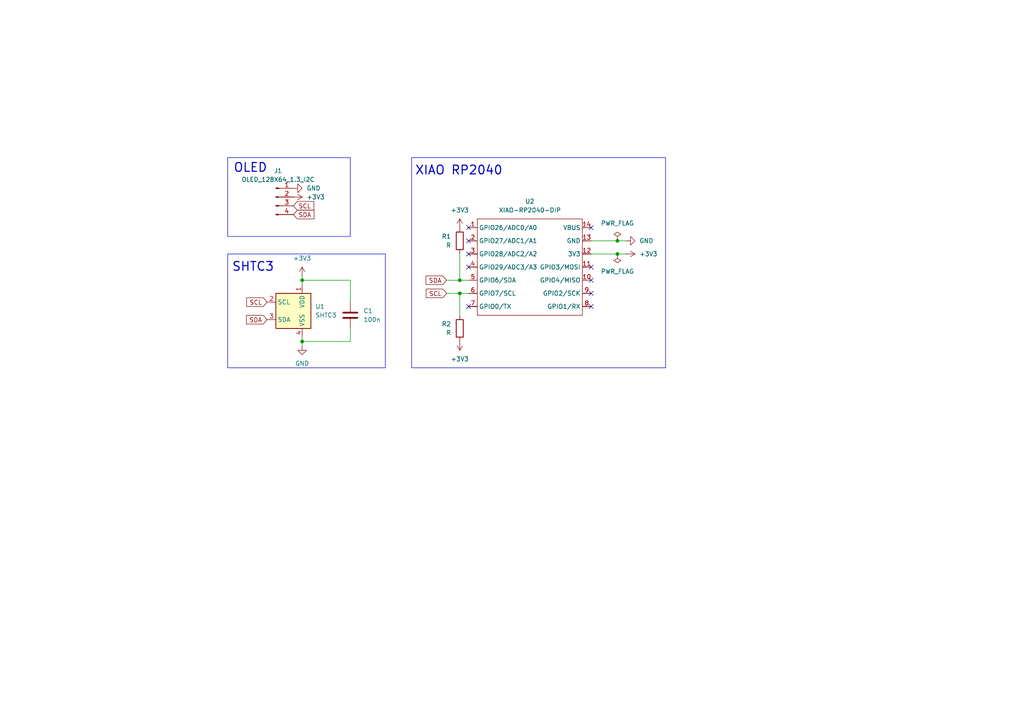
<source format=kicad_sch>
(kicad_sch (version 20231120) (generator "eeschema") (generator_version "8.0")
  (paper "A4")
  (lib_symbols
    (symbol "Connector:Conn_01x04_Pin" (pin_names (offset 1.016) hide)
      (property "Reference" "J" (at 0 5.08 0))
      (property "Value" "Conn_01x04_Pin" (at 0 -7.62 0))
      (symbol "Conn_01x04_Pin_1_1"
        (polyline (pts (xy 1.27 -5.08) (xy 0.8636 -5.08)) (stroke (width 0.1524)))
        (polyline (pts (xy 1.27 -2.54) (xy 0.8636 -2.54)) (stroke (width 0.1524)))
        (polyline (pts (xy 1.27 0) (xy 0.8636 0)) (stroke (width 0.1524)))
        (polyline (pts (xy 1.27 2.54) (xy 0.8636 2.54)) (stroke (width 0.1524)))
        (rectangle (start 0.8636 -4.953) (end 0 -5.207) (stroke (width 0.1524)) (fill (type outline)))
        (rectangle (start 0.8636 -2.413) (end 0 -2.667) (stroke (width 0.1524)) (fill (type outline)))
        (rectangle (start 0.8636 0.127) (end 0 -0.127) (stroke (width 0.1524)) (fill (type outline)))
        (rectangle (start 0.8636 2.667) (end 0 2.413) (stroke (width 0.1524)) (fill (type outline)))
        (pin passive line (at 5.08 2.54 180) (length 3.81) (name "Pin_1") (number "1"))
        (pin passive line (at 5.08 0 180) (length 3.81) (name "Pin_2") (number "2"))
        (pin passive line (at 5.08 -2.54 180) (length 3.81) (name "Pin_3") (number "3"))
        (pin passive line (at 5.08 -5.08 180) (length 3.81) (name "Pin_4") (number "4"))
      )
    )
    (symbol "Device:C" (pin_numbers hide) (pin_names (offset 0.254))
      (property "Reference" "C" (at 0.635 2.54 0))
      (property "Value" "C" (at 0.635 -2.54 0))
      (symbol "C_0_1"
        (polyline (pts (xy -2.032 -0.762) (xy 2.032 -0.762)) (stroke (width 0.508)))
        (polyline (pts (xy -2.032 0.762) (xy 2.032 0.762)) (stroke (width 0.508)))
      )
      (symbol "C_1_1"
        (pin passive line (at 0 3.81 270) (length 2.794) (name "~") (number "1"))
        (pin passive line (at 0 -3.81 90) (length 2.794) (name "~") (number "2"))
      )
    )
    (symbol "Device:R" (pin_numbers hide) (pin_names (offset 0))
      (property "Reference" "R" (at 2.032 0 90))
      (property "Value" "R" (at 0 0 90))
      (symbol "R_0_1"
        (rectangle (start -1.016 -2.54) (end 1.016 2.54) (stroke (width 0.254)))
      )
      (symbol "R_1_1"
        (pin passive line (at 0 3.81 270) (length 1.27) (name "~") (number "1"))
        (pin passive line (at 0 -3.81 90) (length 1.27) (name "~") (number "2"))
      )
    )
    (symbol "Sensor_Humidity:SHTC3"
      (property "Reference" "U" (at -3.81 6.35 0))
      (property "Value" "SHTC3" (at -2.54 -6.35 0))
      (symbol "SHTC3_1_1"
        (rectangle (start -5.08 5.08) (end 5.08 -5.08) (stroke (width 0.254)) (fill (type background)))
        (pin power_in line (at 2.54 7.62 270) (length 2.54) (name "VDD") (number "1"))
        (pin input line (at -7.62 2.54 0) (length 2.54) (name "SCL") (number "2"))
        (pin bidirectional line (at -7.62 -2.54 0) (length 2.54) (name "SDA") (number "3"))
        (pin power_in line (at 2.54 -7.62 90) (length 2.54) (name "VSS") (number "4"))
        (pin no_connect line (at 5.08 0 180) (length 2.54) hide (name "NC") (number "5"))
      )
    )
    (symbol "XIAO:XIAO-RP2040-DIP"
      (property "Reference" "U" (at 0 0 0))
      (property "Value" "XIAO-RP2040-DIP" (at 5.334 -1.778 0))
      (symbol "XIAO-RP2040-DIP_1_0"
        (polyline (pts (xy -1.27 -30.48) (xy -1.27 -16.51)) (stroke (width 0.1524)))
        (polyline (pts (xy -1.27 -27.94) (xy -2.54 -27.94)) (stroke (width 0.1524)))
        (polyline (pts (xy -1.27 -24.13) (xy -2.54 -24.13)) (stroke (width 0.1524)))
        (polyline (pts (xy -1.27 -20.32) (xy -2.54 -20.32)) (stroke (width 0.1524)))
        (polyline (pts (xy -1.27 -16.51) (xy -2.54 -16.51)) (stroke (width 0.1524)))
        (polyline (pts (xy -1.27 -16.51) (xy -1.27 -12.7)) (stroke (width 0.1524)))
        (polyline (pts (xy -1.27 -12.7) (xy -2.54 -12.7)) (stroke (width 0.1524)))
        (polyline (pts (xy -1.27 -12.7) (xy -1.27 -8.89)) (stroke (width 0.1524)))
        (polyline (pts (xy -1.27 -8.89) (xy -2.54 -8.89)) (stroke (width 0.1524)))
        (polyline (pts (xy -1.27 -8.89) (xy -1.27 -5.08)) (stroke (width 0.1524)))
        (polyline (pts (xy -1.27 -5.08) (xy -2.54 -5.08)) (stroke (width 0.1524)))
        (polyline (pts (xy -1.27 -5.08) (xy -1.27 -2.54)) (stroke (width 0.1524)))
        (polyline (pts (xy -1.27 -2.54) (xy 29.21 -2.54)) (stroke (width 0.1524)))
        (polyline (pts (xy 29.21 -30.48) (xy -1.27 -30.48)) (stroke (width 0.1524)))
        (polyline (pts (xy 29.21 -12.7) (xy 29.21 -30.48)) (stroke (width 0.1524)))
        (polyline (pts (xy 29.21 -8.89) (xy 29.21 -12.7)) (stroke (width 0.1524)))
        (polyline (pts (xy 29.21 -5.08) (xy 29.21 -8.89)) (stroke (width 0.1524)))
        (polyline (pts (xy 29.21 -2.54) (xy 29.21 -5.08)) (stroke (width 0.1524)))
        (polyline (pts (xy 30.48 -27.94) (xy 29.21 -27.94)) (stroke (width 0.1524)))
        (polyline (pts (xy 30.48 -24.13) (xy 29.21 -24.13)) (stroke (width 0.1524)))
        (polyline (pts (xy 30.48 -20.32) (xy 29.21 -20.32)) (stroke (width 0.1524)))
        (polyline (pts (xy 30.48 -16.51) (xy 29.21 -16.51)) (stroke (width 0.1524)))
        (polyline (pts (xy 30.48 -12.7) (xy 29.21 -12.7)) (stroke (width 0.1524)))
        (polyline (pts (xy 30.48 -8.89) (xy 29.21 -8.89)) (stroke (width 0.1524)))
        (polyline (pts (xy 30.48 -5.08) (xy 29.21 -5.08)) (stroke (width 0.1524)))
        (pin passive line (at -3.81 -5.08 0) (length 2.54) (name "GPIO26/ADC0/A0") (number "1"))
        (pin passive line (at 31.75 -20.32 180) (length 2.54) (name "GPIO4/MISO") (number "10"))
        (pin passive line (at 31.75 -16.51 180) (length 2.54) (name "GPIO3/MOSI") (number "11"))
        (pin passive line (at 31.75 -12.7 180) (length 2.54) (name "3V3") (number "12"))
        (pin passive line (at 31.75 -8.89 180) (length 2.54) (name "GND") (number "13"))
        (pin passive line (at 31.75 -5.08 180) (length 2.54) (name "VBUS") (number "14"))
        (pin passive line (at -3.81 -8.89 0) (length 2.54) (name "GPIO27/ADC1/A1") (number "2"))
        (pin passive line (at -3.81 -12.7 0) (length 2.54) (name "GPIO28/ADC2/A2") (number "3"))
        (pin passive line (at -3.81 -16.51 0) (length 2.54) (name "GPIO29/ADC3/A3") (number "4"))
        (pin passive line (at -3.81 -20.32 0) (length 2.54) (name "GPIO6/SDA") (number "5"))
        (pin passive line (at -3.81 -24.13 0) (length 2.54) (name "GPIO7/SCL") (number "6"))
        (pin passive line (at -3.81 -27.94 0) (length 2.54) (name "GPIO0/TX") (number "7"))
        (pin passive line (at 31.75 -27.94 180) (length 2.54) (name "GPIO1/RX") (number "8"))
        (pin passive line (at 31.75 -24.13 180) (length 2.54) (name "GPIO2/SCK") (number "9"))
      )
    )
    (symbol "power:+3V3" (power) (pin_numbers hide) (pin_names (offset 0) hide)
      (property "Value" "+3V3" (at 0 3.556 0))
      (symbol "+3V3_0_1"
        (polyline (pts (xy -0.762 1.27) (xy 0 2.54)))
        (polyline (pts (xy 0 0) (xy 0 2.54)))
        (polyline (pts (xy 0 2.54) (xy 0.762 1.27)))
      )
      (symbol "+3V3_1_1"
        (pin power_in line (at 0 0 90) (length 0) (name "~") (number "1"))
      )
    )
    (symbol "power:GND" (power) (pin_numbers hide) (pin_names (offset 0) hide)
      (property "Value" "GND" (at 0 -3.81 0))
      (symbol "GND_0_1"
        (polyline (pts (xy 0 0) (xy 0 -1.27) (xy 1.27 -1.27) (xy 0 -2.54) (xy -1.27 -1.27) (xy 0 -1.27)))
      )
      (symbol "GND_1_1"
        (pin power_in line (at 0 0 270) (length 0) (name "~") (number "1"))
      )
    )
    (symbol "power:PWR_FLAG" (power) (pin_numbers hide) (pin_names (offset 0) hide)
      (property "Value" "PWR_FLAG" (at 0 3.81 0))
      (symbol "PWR_FLAG_0_0"
        (pin power_out line (at 0 0 90) (length 0) (name "~") (number "1"))
      )
      (symbol "PWR_FLAG_0_1"
        (polyline (pts (xy 0 0) (xy 0 1.27) (xy -1.016 1.905) (xy 0 2.54) (xy 1.016 1.905) (xy 0 1.27)))
      )
    )
  )
  (junction (at 179.07 69.85))
  (junction (at 133.35 85.09))
  (junction (at 87.63 99.06))
  (junction (at 87.63 81.28))
  (junction (at 179.07 73.66))
  (junction (at 133.35 81.28))
  (no_connect (at 171.45 88.9))
  (no_connect (at 135.89 73.66))
  (no_connect (at 171.45 77.47))
  (no_connect (at 135.89 88.9))
  (no_connect (at 171.45 81.28))
  (no_connect (at 171.45 85.09))
  (no_connect (at 171.45 66.04))
  (no_connect (at 135.89 69.85))
  (no_connect (at 135.89 77.47))
  (no_connect (at 135.89 66.04))
  (wire (pts (xy 87.63 99.06) (xy 87.63 100.33)))
  (wire (pts (xy 87.63 80.01) (xy 87.63 81.28)))
  (wire (pts (xy 87.63 97.79) (xy 87.63 99.06)))
  (wire (pts (xy 133.35 81.28) (xy 135.89 81.28)))
  (wire (pts (xy 101.6 95.25) (xy 101.6 99.06)))
  (wire (pts (xy 87.63 81.28) (xy 101.6 81.28)))
  (wire (pts (xy 129.54 85.09) (xy 133.35 85.09)))
  (wire (pts (xy 133.35 91.44) (xy 133.35 85.09)))
  (wire (pts (xy 101.6 99.06) (xy 87.63 99.06)))
  (wire (pts (xy 133.35 85.09) (xy 135.89 85.09)))
  (wire (pts (xy 179.07 73.66) (xy 181.61 73.66)))
  (wire (pts (xy 171.45 73.66) (xy 179.07 73.66)))
  (wire (pts (xy 133.35 73.66) (xy 133.35 81.28)))
  (wire (pts (xy 179.07 69.85) (xy 181.61 69.85)))
  (wire (pts (xy 171.45 69.85) (xy 179.07 69.85)))
  (wire (pts (xy 129.54 81.28) (xy 133.35 81.28)))
  (wire (pts (xy 87.63 81.28) (xy 87.63 82.55)))
  (wire (pts (xy 101.6 81.28) (xy 101.6 87.63)))
  (rectangle (start 66.04 73.66) (end 111.76 106.68))
  (rectangle (start 66.04 45.72) (end 101.6 68.58))
  (rectangle (start 119.38 45.72) (end 193.04 106.68))
  (text "OLED" (at 72.644 48.768 0) (effects (font (size 2.54 2.54) (thickness 0.3175))))
  (text "SHTC3" (at 73.406 77.47 0) (effects (font (size 2.54 2.54) (thickness 0.3175))))
  (text "XIAO RP2040" (at 133.096 49.53 0) (effects (font (size 2.54 2.54) (thickness 0.3175))))
  (global_label "SCL" (shape input) (at 85.09 59.69 0) (property "Intersheetrefs" "${INTERSHEET_REFS}" (effects (hide yes))))
  (global_label "SDA" (shape input) (at 85.09 62.23 0) (property "Intersheetrefs" "${INTERSHEET_REFS}" (effects (hide yes))))
  (global_label "SDA" (shape input) (at 77.47 92.71 180) (property "Intersheetrefs" "${INTERSHEET_REFS}" (effects (hide yes))))
  (global_label "SDA" (shape input) (at 129.54 81.28 180) (property "Intersheetrefs" "${INTERSHEET_REFS}" (effects (hide yes))))
  (global_label "SCL" (shape input) (at 77.47 87.63 180) (property "Intersheetrefs" "${INTERSHEET_REFS}" (effects (hide yes))))
  (global_label "SCL" (shape input) (at 129.54 85.09 180) (property "Intersheetrefs" "${INTERSHEET_REFS}" (effects (hide yes))))
  (symbol (lib_id "power:PWR_FLAG") (at 179.07 69.85 0) (unit 1)
    (property "Reference" "#FLG01" (effects (hide yes)))
    (property "Value" "PWR_FLAG" (at 179.07 64.77 0))
    (property "Description" "Special symbol for telling ERC where power comes from" (effects (hide yes)))
  )
  (symbol (lib_id "power:GND") (at 181.61 69.85 90) (unit 1)
    (property "Reference" "#PWR07" (effects (hide yes)))
    (property "Value" "GND" (at 185.42 69.8499 90) (effects (justify right)))
    (property "Description" "Power symbol creates a global label with name \"GND\" , ground" (effects (hide yes)))
  )
  (symbol (lib_id "power:+3V3") (at 87.63 80.01 0) (unit 1)
    (property "Reference" "#PWR03" (effects (hide yes)))
    (property "Value" "+3V3" (at 87.63 74.93 0))
    (property "Description" "Power symbol creates a global label with name \"+3V3\"" (effects (hide yes)))
  )
  (symbol (lib_id "power:+3V3") (at 181.61 73.66 270) (unit 1)
    (property "Reference" "#PWR08" (effects (hide yes)))
    (property "Value" "+3V3" (at 185.42 73.6599 90) (effects (justify left)))
    (property "Description" "Power symbol creates a global label with name \"+3V3\"" (effects (hide yes)))
  )
  (symbol (lib_id "power:GND") (at 87.63 100.33 0) (unit 1)
    (property "Reference" "#PWR04" (effects (hide yes)))
    (property "Value" "GND" (at 87.63 105.41 0))
    (property "Description" "Power symbol creates a global label with name \"GND\" , ground" (effects (hide yes)))
  )
  (symbol (lib_id "Sensor_Humidity:SHTC3") (at 85.09 90.17 0) (unit 1)
    (property "Reference" "U1" (at 91.44 88.8999 0) (effects (justify left)))
    (property "Value" "SHTC3" (at 91.44 91.4399 0) (effects (justify left)))
    (property "Footprint" "Sensor_Humidity:Sensirion_DFN-4-1EP_2x2mm_P1mm_EP0.7x1.6mm" (effects (hide yes)))
    (property "Datasheet" "https://www.sensirion.com/fileadmin/user_upload/customers/sensirion/Dokumente/0_Datasheets/Humidity/Sensirion_Humidity_Sensors_SHTC3_Datasheet.pdf" (effects (hide yes)))
    (property "Description" "Humidity and Temperature Sensor, ±2%RH, ±0.2°C, I2C, 1.62-3.6V, DFN-4" (effects (hide yes)))
  )
  (symbol (lib_id "Device:C") (at 101.6 91.44 0) (unit 1)
    (property "Reference" "C1" (at 105.41 90.1699 0) (effects (justify left)))
    (property "Value" "100n" (at 105.41 92.7099 0) (effects (justify left)))
    (property "Footprint" "Capacitor_SMD:C_0805_2012Metric" (effects (hide yes)))
    (property "Description" "Unpolarized capacitor" (effects (hide yes)))
  )
  (symbol (lib_id "XIAO:XIAO-RP2040-DIP") (at 139.7 60.96 0) (unit 1)
    (property "Reference" "U2" (at 153.67 58.42 0))
    (property "Value" "XIAO-RP2040-DIP" (at 153.67 60.96 0))
    (property "Footprint" "general:XIAO-RP2040-DIP" (effects (hide yes)))
  )
  (symbol (lib_id "Connector:Conn_01x04_Pin") (at 80.01 57.15 0) (unit 1)
    (property "Reference" "J1" (at 80.645 49.53 0))
    (property "Value" "OLED_128X64_1.3_I2C" (at 80.645 52.07 0))
    (property "Footprint" "general:128x64OLED" (effects (hide yes)))
    (property "Description" "Generic connector, single row, 01x04, script generated" (effects (hide yes)))
  )
  (symbol (lib_id "power:PWR_FLAG") (at 179.07 73.66 180) (unit 1)
    (property "Reference" "#FLG02" (effects (hide yes)))
    (property "Value" "PWR_FLAG" (at 179.07 78.74 0))
    (property "Description" "Special symbol for telling ERC where power comes from" (effects (hide yes)))
  )
  (symbol (lib_id "power:+3V3") (at 133.35 99.06 180) (unit 1)
    (property "Reference" "#PWR06" (effects (hide yes)))
    (property "Value" "+3V3" (at 133.35 104.14 0))
    (property "Description" "Power symbol creates a global label with name \"+3V3\"" (effects (hide yes)))
  )
  (symbol (lib_id "power:GND") (at 85.09 54.61 90) (unit 1)
    (property "Reference" "#PWR01" (effects (hide yes)))
    (property "Value" "GND" (at 88.9 54.6099 90) (effects (justify right)))
    (property "Description" "Power symbol creates a global label with name \"GND\" , ground" (effects (hide yes)))
  )
  (symbol (lib_id "Device:R") (at 133.35 69.85 0) (mirror y) (unit 1)
    (property "Reference" "R1" (at 130.81 68.5799 0) (effects (justify left)))
    (property "Value" "R" (at 130.81 71.1199 0) (effects (justify left)))
    (property "Footprint" "Resistor_SMD:R_0805_2012Metric" (effects (hide yes)))
    (property "Description" "Resistor" (effects (hide yes)))
  )
  (symbol (lib_id "power:+3V3") (at 133.35 66.04 0) (unit 1)
    (property "Reference" "#PWR05" (effects (hide yes)))
    (property "Value" "+3V3" (at 133.35 60.96 0))
    (property "Description" "Power symbol creates a global label with name \"+3V3\"" (effects (hide yes)))
  )
  (symbol (lib_id "Device:R") (at 133.35 95.25 0) (mirror y) (unit 1)
    (property "Reference" "R2" (at 130.81 93.9799 0) (effects (justify left)))
    (property "Value" "R" (at 130.81 96.5199 0) (effects (justify left)))
    (property "Footprint" "Resistor_SMD:R_0805_2012Metric" (effects (hide yes)))
    (property "Description" "Resistor" (effects (hide yes)))
  )
  (symbol (lib_id "power:+3V3") (at 85.09 57.15 270) (unit 1)
    (property "Reference" "#PWR02" (effects (hide yes)))
    (property "Value" "+3V3" (at 88.9 57.1499 90) (effects (justify left)))
    (property "Description" "Power symbol creates a global label with name \"+3V3\"" (effects (hide yes)))
  )
)
</source>
